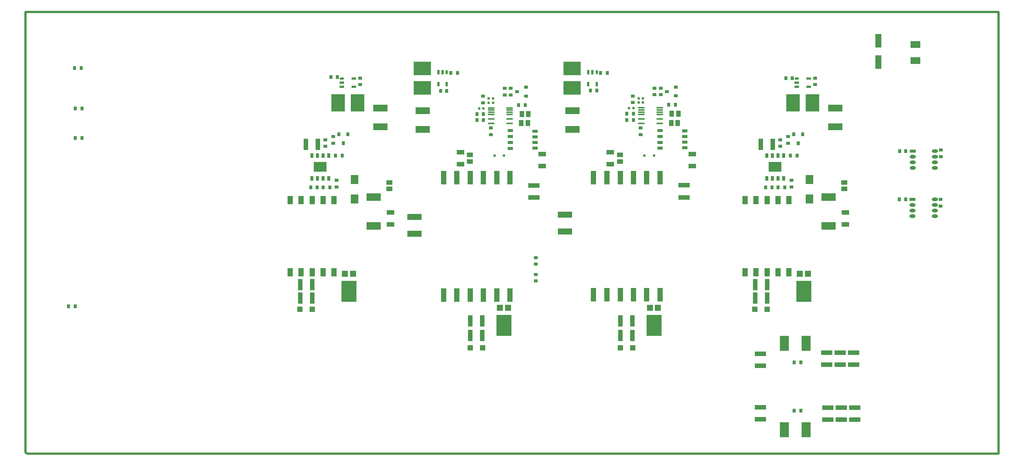
<source format=gtp>
%FSTAX23Y23*%
%MOIN*%
%SFA1B1*%

%IPPOS*%
%ADD10R,0.157480X0.122047*%
%ADD11R,0.027559X0.035433*%
%ADD12R,0.129921X0.061024*%
%ADD13R,0.021654X0.039370*%
%ADD14O,0.021654X0.039370*%
%ADD15R,0.031496X0.035433*%
%ADD16R,0.043307X0.102362*%
%ADD17R,0.102362X0.043307*%
%ADD18R,0.043307X0.055118*%
%ADD19R,0.066929X0.043307*%
%ADD20R,0.055118X0.043307*%
%ADD21O,0.064960X0.011811*%
%ADD22R,0.050000X0.120078*%
%ADD23R,0.035433X0.027559*%
%ADD24R,0.035433X0.031496*%
%ADD25R,0.047244X0.025591*%
%ADD26R,0.023622X0.023622*%
%ADD27R,0.047244X0.047244*%
%ADD28R,0.054724X0.055118*%
%ADD29R,0.132283X0.191338*%
%ADD30R,0.023622X0.019685*%
%ADD31R,0.085827X0.059842*%
%ADD32R,0.129921X0.055118*%
%ADD33R,0.055905X0.118897*%
%ADD34O,0.055118X0.031496*%
%ADD35R,0.055118X0.031496*%
%ADD36R,0.118110X0.088976*%
%ADD37R,0.029921X0.044882*%
%ADD38R,0.070866X0.082677*%
%ADD39R,0.046063X0.074016*%
%ADD40R,0.122047X0.157480*%
%ADD41R,0.125984X0.070866*%
%ADD42R,0.039370X0.021654*%
%ADD43O,0.039370X0.021654*%
%ADD44R,0.078740X0.137795*%
%ADD49C,0.019685*%
%LNlv1-1*%
%LPD*%
G54D10*
X05734Y03827D03*
Y03654D03*
X04399Y03826D03*
Y03653D03*
G54D11*
X06046Y03789D03*
X05987D03*
X06592Y03503D03*
X06651D03*
X0622Y03368D03*
X06279D03*
Y03423D03*
X0622D03*
X04944Y03422D03*
X04885D03*
Y03366D03*
X04944D03*
X05256Y03502D03*
X05315D03*
X04711Y03788D03*
X04652D03*
X03685Y03052D03*
X03625D03*
X07735D03*
X07675D03*
X03585Y03752D03*
X03644D03*
X07635Y03742D03*
X07694D03*
X01303Y03832D03*
X01362D03*
X03575Y02769D03*
X03516D03*
X03464D03*
X03405D03*
X07625D03*
X07566D03*
X07514D03*
X07455D03*
X07769Y01209D03*
X0771D03*
X07769Y00779D03*
X0771D03*
X0125Y01709D03*
X01309D03*
X0131Y0347D03*
X01369D03*
X0131Y03209D03*
X01369D03*
G54D12*
X05736Y03451D03*
Y03285D03*
X04401Y0345D03*
Y03284D03*
X04025Y03475D03*
Y03309D03*
X08075Y03475D03*
Y03309D03*
G54D13*
X05877Y03687D03*
X05951D03*
X05877Y03794D03*
X05914D03*
X04542Y03687D03*
X04616D03*
X04542Y03793D03*
X04579D03*
G54D14*
X05951Y03794D03*
X04616Y03793D03*
G54D15*
X05897Y03631D03*
X05952D03*
X04561Y03629D03*
X04616D03*
X08648Y03092D03*
X08703D03*
X08647Y02661D03*
X08702D03*
X03656Y03241D03*
X03735D03*
X03695Y03162D03*
X07706Y03241D03*
X07785D03*
X07745Y03162D03*
G54D16*
X06163Y01448D03*
X06269D03*
X06163Y01578D03*
X06269D03*
X04827Y01577D03*
X04934D03*
X04827Y01447D03*
X04934D03*
X03362Y03152D03*
X03468D03*
X03418Y01902D03*
X03312D03*
X03418Y01782D03*
X03312D03*
X07412Y03152D03*
X07518D03*
X07468Y01902D03*
X07362D03*
X07468Y01782D03*
X07362D03*
G54D17*
X06729Y02786D03*
Y02679D03*
X05394Y02785D03*
Y02678D03*
X0825Y00803D03*
Y00696D03*
X08129Y00803D03*
Y00696D03*
X08009Y00803D03*
Y00696D03*
X07409Y00806D03*
Y007D03*
X0824Y01293D03*
Y01187D03*
X0812Y01293D03*
Y01187D03*
X08Y01293D03*
Y01187D03*
X07409Y01283D03*
Y01177D03*
G54D18*
X06674Y0334D03*
X06615D03*
X06679Y03423D03*
X0662D03*
X05344Y03422D03*
X05285D03*
X05338Y0334D03*
X05279D03*
G54D19*
X06074Y03081D03*
Y02974D03*
X06801Y03064D03*
Y02957D03*
X05466Y03063D03*
Y02957D03*
X04739Y0308D03*
Y02974D03*
X04115Y02545D03*
Y02439D03*
X08165Y02545D03*
Y02439D03*
G54D20*
X06159Y03057D03*
Y02998D03*
X04824Y03056D03*
Y02997D03*
X04105Y02812D03*
Y02753D03*
X08155Y02812D03*
Y02753D03*
G54D21*
X06348Y03477D03*
Y03457D03*
Y03437D03*
Y03418D03*
Y03378D03*
Y03339D03*
X06511Y03477D03*
Y03457D03*
Y03437D03*
Y03418D03*
Y03378D03*
Y03339D03*
X05012Y03475D03*
Y03456D03*
Y03436D03*
Y03416D03*
Y03377D03*
Y03338D03*
X05176Y03475D03*
Y03456D03*
Y03436D03*
Y03416D03*
Y03377D03*
Y03338D03*
G54D22*
X05924Y01811D03*
X06042D03*
X06161D03*
X06279D03*
X06397D03*
X06515D03*
X05924Y02855D03*
X06042D03*
X06161D03*
X06279D03*
X06397D03*
X06515D03*
X04589Y01809D03*
X04707D03*
X04825D03*
X04943D03*
X05061D03*
X05179D03*
X04589Y02853D03*
X04707D03*
X04825D03*
X04943D03*
X05061D03*
X05179D03*
G54D23*
X06522Y03593D03*
Y03652D03*
X06467D03*
Y03593D03*
X06274Y03523D03*
Y03582D03*
X06344Y03238D03*
Y03297D03*
X05009Y03237D03*
Y03296D03*
X04939Y03522D03*
Y03581D03*
X05131Y03651D03*
Y03592D03*
X05187D03*
Y03651D03*
X03635Y02772D03*
Y02831D03*
X07685Y02772D03*
Y02831D03*
X05409Y02083D03*
Y02142D03*
X03605Y03162D03*
Y03222D03*
X07655Y03162D03*
Y03222D03*
X09014Y02661D03*
Y02601D03*
X09015Y03042D03*
Y03101D03*
X05409Y01933D03*
Y01992D03*
G54D24*
X06577Y03622D03*
X06656Y03583D03*
Y03662D03*
X05242Y03621D03*
X05321Y03582D03*
Y03661D03*
X03535Y03135D03*
Y0319D03*
X07585Y03135D03*
Y0319D03*
X03845Y03685D03*
Y0374D03*
X07895Y03685D03*
Y0374D03*
G54D25*
X06737Y0312D03*
Y0317D03*
Y0322D03*
Y0327D03*
X06516Y03274D03*
Y03221D03*
Y03169D03*
Y03116D03*
X05402Y03119D03*
Y03169D03*
Y03219D03*
Y03269D03*
X05181Y03273D03*
Y0322D03*
Y03168D03*
Y03115D03*
G54D26*
X06463Y03051D03*
X06376D03*
X05127Y0305D03*
X05041D03*
G54D27*
X06161Y01338D03*
X06271D03*
X04825Y01337D03*
X04936D03*
X0331Y01682D03*
X0342D03*
X0736D03*
X0747D03*
G54D28*
X06425Y01695D03*
X06497D03*
X0509Y01694D03*
X05162D03*
X03709Y01999D03*
X03781D03*
X07759D03*
X07831D03*
G54D29*
X06461Y01538D03*
X05126Y01537D03*
X03745Y01842D03*
X07795D03*
G54D30*
X0624Y03473D03*
X06279D03*
X06364Y03523D03*
X06325D03*
X06364Y03562D03*
X06325D03*
X05029Y03562D03*
X0499D03*
X05029Y03522D03*
X0499D03*
X04905Y03472D03*
X04944D03*
G54D31*
X0879Y03897D03*
Y04042D03*
G54D32*
X04329Y02355D03*
Y02504D03*
X0567Y02375D03*
Y02524D03*
G54D33*
X08459Y03885D03*
Y04074D03*
G54D34*
X08961Y02511D03*
Y02561D03*
Y02611D03*
Y02661D03*
X08764Y02511D03*
Y02561D03*
Y02611D03*
X08962Y02942D03*
Y02992D03*
Y03042D03*
Y03092D03*
X08765Y02942D03*
Y02992D03*
Y03042D03*
G54D35*
X08764Y02661D03*
X08765Y03092D03*
G54D36*
X0349Y0295D03*
X0754D03*
G54D37*
X03415Y02847D03*
X03465D03*
X03515D03*
X03565D03*
X03415Y03052D03*
X03465D03*
X03515D03*
X03565D03*
X07465Y02847D03*
X07515D03*
X07565D03*
X07615D03*
X07465Y03052D03*
X07515D03*
X07565D03*
X07615D03*
G54D38*
X03795Y02665D03*
Y02838D03*
X07845Y02665D03*
Y02838D03*
G54D39*
X03613Y02011D03*
X03516D03*
X03418D03*
X0332D03*
X03223D03*
X03613Y02655D03*
X03516D03*
X03418D03*
X0332D03*
X03223D03*
X07663Y02011D03*
X07566D03*
X07468D03*
X0737D03*
X07273D03*
X07663Y02655D03*
X07566D03*
X07468D03*
X0737D03*
X07273D03*
G54D40*
X03648Y03522D03*
X03822D03*
X07698D03*
X07872D03*
G54D41*
X03965Y02424D03*
Y0268D03*
X08015Y02424D03*
Y0268D03*
G54D42*
X03788Y03664D03*
Y03739D03*
X03682Y03664D03*
Y03702D03*
X07838Y03664D03*
Y03739D03*
X07732Y03664D03*
Y03702D03*
G54D43*
X03682Y03739D03*
X07732D03*
G54D44*
X07816Y01379D03*
X07623D03*
X07816Y00609D03*
X07623D03*
G54D49*
X00866Y0433D02*
X09529D01*
X00866Y00409D02*
Y04329D01*
Y00407D02*
Y00409D01*
Y00407D02*
X00879Y00393D01*
X06809*
X09529*
Y0433*
M02*
</source>
